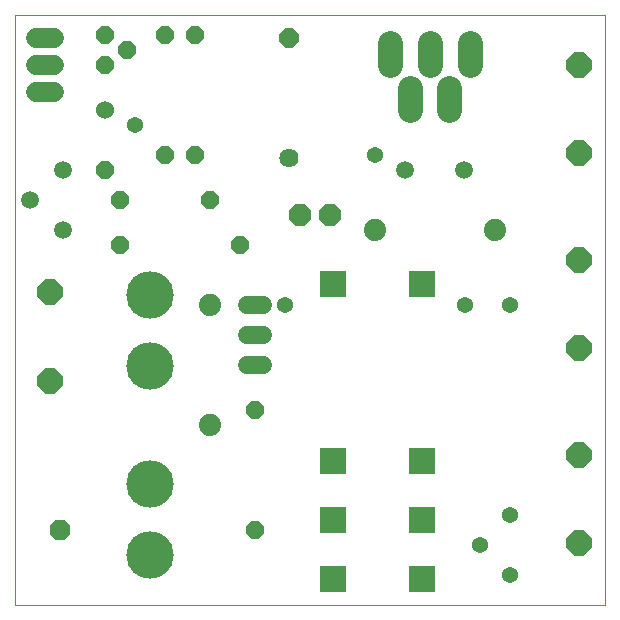
<source format=gbs>
G75*
G70*
%OFA0B0*%
%FSLAX24Y24*%
%IPPOS*%
%LPD*%
%AMOC8*
5,1,8,0,0,1.08239X$1,22.5*
%
%ADD10C,0.0000*%
%ADD11C,0.0600*%
%ADD12OC8,0.0600*%
%ADD13OC8,0.0848*%
%ADD14OC8,0.0680*%
%ADD15C,0.1580*%
%ADD16C,0.0740*%
%ADD17R,0.0907X0.0907*%
%ADD18OC8,0.0710*%
%ADD19C,0.0640*%
%ADD20OC8,0.0640*%
%ADD21C,0.0595*%
%ADD22C,0.0830*%
%ADD23C,0.0680*%
%ADD24C,0.0600*%
%ADD25C,0.0540*%
D10*
X000776Y000605D02*
X000776Y020290D01*
X020461Y020290D01*
X020461Y000605D01*
X000776Y000605D01*
D11*
X008516Y008605D02*
X009036Y008605D01*
X009036Y009605D02*
X008516Y009605D01*
X008516Y010605D02*
X009036Y010605D01*
D12*
X008276Y012605D03*
X007276Y014105D03*
X006776Y015605D03*
X005776Y015605D03*
X004276Y014105D03*
X003776Y015105D03*
X004276Y012605D03*
X008776Y007105D03*
X008776Y003105D03*
X003776Y018605D03*
X004526Y019105D03*
X003776Y019605D03*
X005776Y019605D03*
X006776Y019605D03*
D13*
X001965Y011034D03*
X001965Y008081D03*
X019587Y009176D03*
X019587Y012128D03*
X019587Y015676D03*
X019587Y018628D03*
X019587Y005628D03*
X019587Y002676D03*
D14*
X002276Y003105D03*
D15*
X005276Y002274D03*
X005276Y004636D03*
X005276Y008573D03*
X005276Y010935D03*
D16*
X007276Y010605D03*
X007276Y006605D03*
X012776Y013105D03*
X016776Y013105D03*
D17*
X014351Y011317D03*
X011398Y011317D03*
X011398Y005412D03*
X011398Y003443D03*
X011398Y001475D03*
X014351Y001475D03*
X014351Y003443D03*
X014351Y005412D03*
D18*
X011276Y013605D03*
X010276Y013605D03*
D19*
X009926Y015505D03*
D20*
X009926Y019505D03*
D21*
X013792Y015105D03*
X015760Y015105D03*
X002398Y015105D03*
X001276Y014105D03*
X002398Y013105D03*
D22*
X013276Y018605D02*
X013276Y019355D01*
X014616Y019355D02*
X014616Y018605D01*
X013946Y017855D02*
X013946Y017105D01*
X015266Y017105D02*
X015266Y017855D01*
X015956Y018605D02*
X015956Y019355D01*
D23*
X002076Y019505D02*
X001476Y019505D01*
X001476Y018605D02*
X002076Y018605D01*
X002076Y017705D02*
X001476Y017705D01*
D24*
X003776Y017105D03*
D25*
X004776Y016605D03*
X009776Y010605D03*
X012776Y015605D03*
X015776Y010605D03*
X017276Y010605D03*
X017276Y003605D03*
X016276Y002605D03*
X017276Y001605D03*
M02*

</source>
